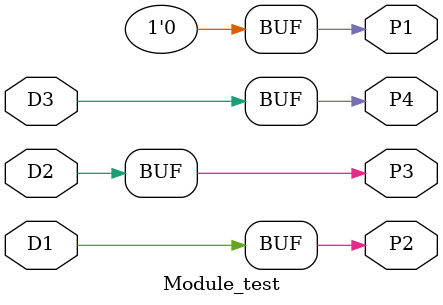
<source format=v>
`timescale 1ns / 1ps


module Module_test(
    input wire D1,
    input wire D2,
    input wire D3,
    output wire P1,
    output wire P2,
    output wire P3,
    output wire P4
    );
    assign {P4,P3,P2,P1} = {D3,D2,D1} << 1;
endmodule

</source>
